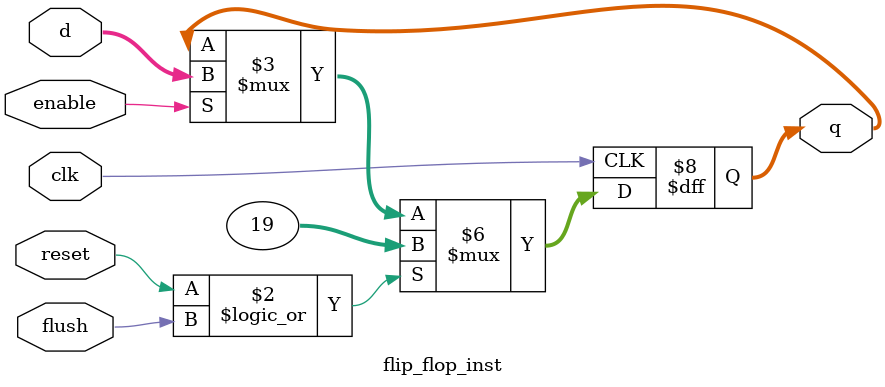
<source format=sv>
module flip_flop_inst (
    input logic clk,
    reset,
    enable,
    flush,
    input logic [31:0] d,
    output logic [31:0] q
);
  always_ff @(posedge clk) begin
    if (reset || flush) begin
      q <= 32'h00000013;
    end else if (enable) begin
      q <= d;
    end
  end
endmodule

</source>
